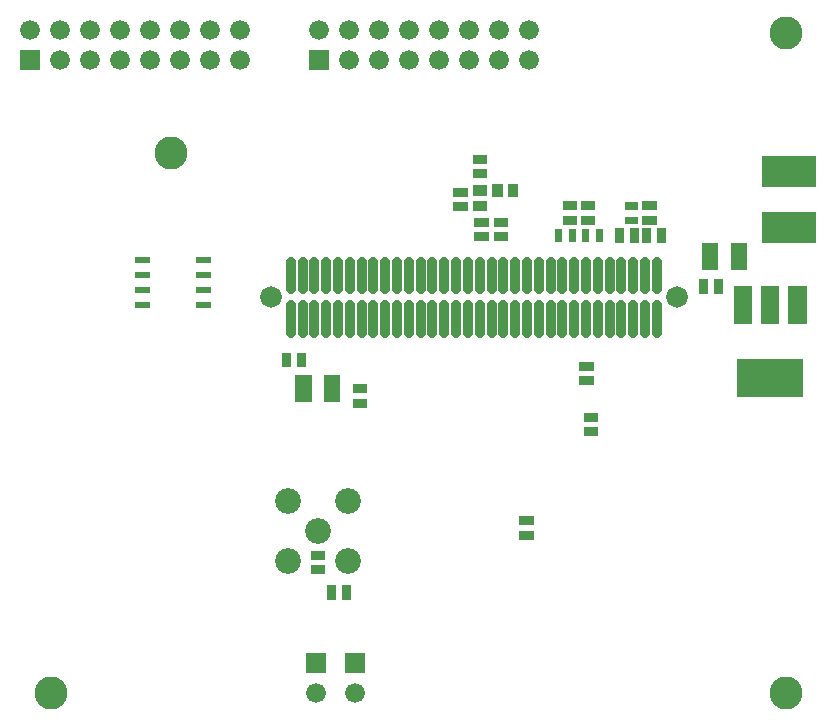
<source format=gbr>
G04 start of page 7 for group -4062 idx -4062
G04 Title: RX Daughterboard, soldermask *
G04 Creator: pcb-bin 1.99u *
G04 CreationDate: Sun Jan  7 00:01:30 2007 UTC *
G04 For: matt *
G04 Format: Gerber/RS-274X *
G04 PCB-Dimensions: 275000 250000 *
G04 PCB-Coordinate-Origin: lower left *
%MOIN*%
%FSLAX24Y24*%
%LNBACKMASK*%
%ADD11R,0.0660X0.0660*%
%ADD12C,0.0660*%
%ADD13C,0.0720*%
%ADD14C,0.0860*%
%ADD15C,0.1100*%
%ADD16R,0.0300X0.0300*%
%ADD17R,0.1030X0.1030*%
%ADD18R,0.0240X0.0240*%
%ADD19R,0.0540X0.0540*%
%ADD20C,0.0340*%
%ADD21R,0.0620X0.0620*%
%ADD22R,0.1280X0.1280*%
%ADD23R,0.0200X0.0200*%
%ADD24R,0.0355X0.0355*%
G54D11*X10350Y2500D03*
G54D12*Y1500D03*
G54D13*X8830Y14700D03*
G54D14*X9400Y7900D03*
Y5900D03*
G54D13*X22373Y14700D03*
G54D11*X10450Y22600D03*
G54D12*X11450D03*
X12450D03*
X13450D03*
X14450D03*
X15450D03*
X16450D03*
X17450D03*
G54D14*X10400Y6900D03*
X11400Y7900D03*
Y5900D03*
G54D11*X11650Y2500D03*
G54D12*Y1500D03*
G54D11*X800Y22600D03*
G54D12*Y23600D03*
X1800Y22600D03*
Y23600D03*
X2800Y22600D03*
Y23600D03*
X3800Y22600D03*
Y23600D03*
X4800Y22600D03*
X5800D03*
X6800D03*
X7800D03*
X4800Y23600D03*
X5800D03*
X6800D03*
X7800D03*
X10450D03*
X11450D03*
X12450D03*
X13450D03*
X14450D03*
X15450D03*
X16450D03*
X17450D03*
G54D15*X26000Y1500D03*
X1500D03*
X5500Y19500D03*
X26000Y23500D03*
G54D16*X19410Y10690D02*X19590D01*
X19410Y10210D02*X19590D01*
G54D17*X25710Y18890D02*X26490D01*
G54D18*X20760Y17740D02*X20940D01*
X20760Y17260D02*X20940D01*
G54D16*X21360Y16840D02*Y16660D01*
Y17740D02*X21540D01*
X21360Y17260D02*X21540D01*
X20940Y16840D02*Y16660D01*
G54D17*X25710Y17010D02*X26490D01*
G54D19*X23470Y16230D02*Y15870D01*
X24430Y16230D02*Y15870D01*
G54D16*X23260Y15140D02*Y14960D01*
X23740Y15140D02*Y14960D01*
X21840Y16840D02*Y16660D01*
G54D20*X21704Y15881D02*Y14971D01*
X20522Y15881D02*Y14971D01*
X20916Y15881D02*Y14971D01*
G54D16*X20460Y16840D02*Y16660D01*
G54D21*X24570Y14770D02*Y14110D01*
X25470Y14770D02*Y14110D01*
X26380Y14770D02*Y14110D01*
G54D22*X25020Y12000D02*X25920D01*
G54D20*X9499Y14428D02*Y13518D01*
X10286Y14428D02*Y13518D01*
X9893Y14428D02*Y13518D01*
X10680Y14428D02*Y13518D01*
X11074Y14428D02*Y13518D01*
X9499Y15881D02*Y14971D01*
X10286Y15881D02*Y14971D01*
X10680Y15881D02*Y14971D01*
X11074Y15881D02*Y14971D01*
X9893Y15881D02*Y14971D01*
G54D19*X9920Y11830D02*Y11470D01*
X10880Y11830D02*Y11470D01*
G54D16*X11710Y11160D02*X11890D01*
X11710Y11640D02*X11890D01*
X9360Y12690D02*Y12510D01*
X9840Y12690D02*Y12510D01*
G54D20*X11467Y14428D02*Y13518D01*
X11861Y14428D02*Y13518D01*
X12255Y14428D02*Y13518D01*
X12648Y14428D02*Y13518D01*
X13042Y14428D02*Y13518D01*
X13436Y14428D02*Y13518D01*
X11467Y15881D02*Y14971D01*
X11861Y15881D02*Y14971D01*
X12255Y15881D02*Y14971D01*
X13830Y14428D02*Y13518D01*
X14223Y14428D02*Y13518D01*
X14617Y14428D02*Y13518D01*
X15011Y14428D02*Y13518D01*
X15404Y14428D02*Y13518D01*
X15798Y14428D02*Y13518D01*
X16192Y14428D02*Y13518D01*
X16585Y14428D02*Y13518D01*
G54D23*X4410Y14450D02*X4690D01*
X6450D02*X6730D01*
X4410Y14950D02*X4690D01*
X6450D02*X6730D01*
X4410Y15450D02*X4690D01*
X4410Y15950D02*X4690D01*
X6450D02*X6730D01*
X6450Y15450D02*X6730D01*
G54D20*X16979Y14428D02*Y13518D01*
X17373Y14428D02*Y13518D01*
X17767Y14428D02*Y13518D01*
X18160Y14428D02*Y13518D01*
X18554Y14428D02*Y13518D01*
X18948Y14428D02*Y13518D01*
X19341Y14428D02*Y13518D01*
X19735Y14428D02*Y13518D01*
X20129Y14428D02*Y13518D01*
G54D16*X19260Y11910D02*X19440D01*
X19260Y12390D02*X19440D01*
G54D20*X20522Y14428D02*Y13518D01*
X20916Y14428D02*Y13518D01*
X21310Y14428D02*Y13518D01*
X21704Y14428D02*Y13518D01*
X21310Y15881D02*Y14971D01*
G54D16*X10310Y5610D02*X10490D01*
X10310Y6090D02*X10490D01*
X11340Y4940D02*Y4760D01*
X10860Y4940D02*Y4760D01*
X17260Y6760D02*X17440D01*
X17260Y7240D02*X17440D01*
G54D20*X12648Y15881D02*Y14971D01*
X13042Y15881D02*Y14971D01*
X13436Y15881D02*Y14971D01*
X13830Y15881D02*Y14971D01*
X14223Y15881D02*Y14971D01*
X14617Y15881D02*Y14971D01*
X15011Y15881D02*Y14971D01*
X15404Y15881D02*Y14971D01*
X15798Y15881D02*Y14971D01*
X16192Y15881D02*Y14971D01*
X16585Y15881D02*Y14971D01*
X16979Y15881D02*Y14971D01*
G54D18*X18890Y16840D02*Y16660D01*
X18410Y16840D02*Y16660D01*
X19310Y16840D02*Y16660D01*
X19790Y16840D02*Y16660D01*
G54D20*X17373Y15881D02*Y14971D01*
X17767Y15881D02*Y14971D01*
X18160Y15881D02*Y14971D01*
X18554Y15881D02*Y14971D01*
X19341Y15881D02*Y14971D01*
X18948Y15881D02*Y14971D01*
X19735Y15881D02*Y14971D01*
X20129Y15881D02*Y14971D01*
G54D16*X19310Y17260D02*X19490D01*
X18710Y17740D02*X18890D01*
X18710Y17260D02*X18890D01*
X19310Y17740D02*X19490D01*
X15710Y18810D02*X15890D01*
G54D24*X16905Y18299D02*Y18200D01*
G54D16*X15710Y19290D02*X15890D01*
X16410Y17190D02*X16590D01*
X15760D02*X15940D01*
X16410Y16710D02*X16590D01*
X15760D02*X15940D01*
X15060Y17710D02*X15240D01*
X15060Y18190D02*X15240D01*
G54D24*X15750Y17744D02*X15849D01*
X15750Y18255D02*X15849D01*
X16394Y18299D02*Y18200D01*
M02*

</source>
